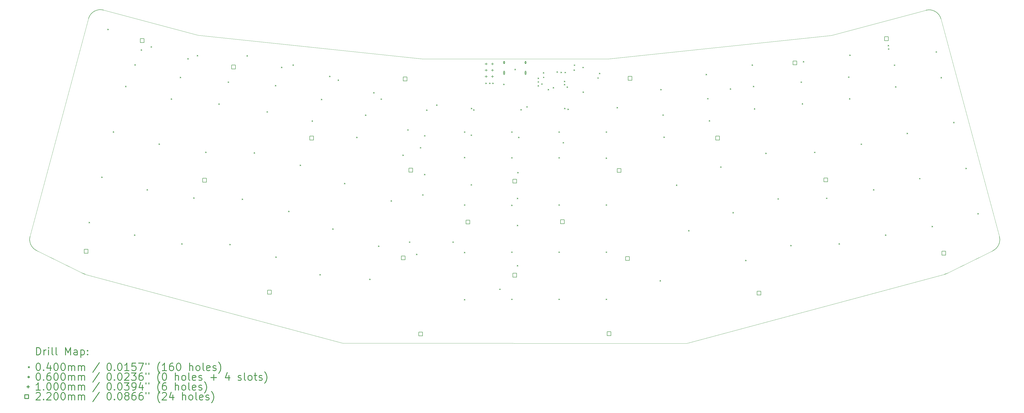
<source format=gbr>
%FSLAX45Y45*%
G04 Gerber Fmt 4.5, Leading zero omitted, Abs format (unit mm)*
G04 Created by KiCad (PCBNEW (5.1.10)-1) date 2021-09-21 17:17:31*
%MOMM*%
%LPD*%
G01*
G04 APERTURE LIST*
%TA.AperFunction,Profile*%
%ADD10C,0.050000*%
%TD*%
%TA.AperFunction,Profile*%
%ADD11C,0.200000*%
%TD*%
%ADD12C,0.200000*%
%ADD13C,0.300000*%
G04 APERTURE END LIST*
D10*
X33760064Y-6677270D02*
X37564311Y-5657925D01*
X24765000Y-7620000D02*
X33760064Y-6677270D01*
X17272000Y-7620000D02*
X24765000Y-7620000D01*
X17272000Y-7620000D02*
X8220936Y-6670164D01*
X4416689Y-5650818D02*
X8220936Y-6670164D01*
X1451626Y-14784732D02*
X3804316Y-6004372D01*
X3586559Y-16288734D02*
X1712975Y-15362347D01*
X14056075Y-19104084D02*
X3678763Y-16323492D01*
X27924925Y-19111191D02*
X14056075Y-19104084D01*
X38302237Y-16330599D02*
X27924925Y-19111191D01*
X40268025Y-15369454D02*
X38394441Y-16295840D01*
X40529374Y-14791839D02*
X38176684Y-6011479D01*
D11*
X38176684Y-6011479D02*
G75*
G03*
X37564311Y-5657925I-482963J-129410D01*
G01*
X40268025Y-15369454D02*
G75*
G03*
X40529374Y-14791839I-221613J448205D01*
G01*
X38302237Y-16330599D02*
G75*
G03*
X38394441Y-16295840I-129410J482963D01*
G01*
X3678763Y-16323492D02*
G75*
G02*
X3586559Y-16288734I129410J482963D01*
G01*
X3804316Y-6004372D02*
G75*
G02*
X4416689Y-5650818I482963J-129410D01*
G01*
X1712975Y-15362347D02*
G75*
G02*
X1451626Y-14784732I221613J448205D01*
G01*
D12*
X3819870Y-14212230D02*
X3859870Y-14252230D01*
X3859870Y-14212230D02*
X3819870Y-14252230D01*
X4327870Y-12383430D02*
X4367870Y-12423430D01*
X4367870Y-12383430D02*
X4327870Y-12423430D01*
X4572497Y-6413997D02*
X4612497Y-6453997D01*
X4612497Y-6413997D02*
X4572497Y-6453997D01*
X4797770Y-10554630D02*
X4837770Y-10594630D01*
X4837770Y-10554630D02*
X4797770Y-10594630D01*
X5290340Y-8715861D02*
X5330340Y-8755861D01*
X5330340Y-8715861D02*
X5290340Y-8755861D01*
X5648670Y-14720230D02*
X5688670Y-14760230D01*
X5688670Y-14720230D02*
X5648670Y-14760230D01*
X5666918Y-7843982D02*
X5706918Y-7883982D01*
X5706918Y-7843982D02*
X5666918Y-7883982D01*
X5923600Y-7244400D02*
X5963600Y-7284400D01*
X5963600Y-7244400D02*
X5923600Y-7284400D01*
X6156670Y-12891430D02*
X6196670Y-12931430D01*
X6196670Y-12891430D02*
X6156670Y-12931430D01*
X6317300Y-7120551D02*
X6357300Y-7160551D01*
X6357300Y-7120551D02*
X6317300Y-7160551D01*
X6643741Y-11045459D02*
X6683741Y-11085459D01*
X6683741Y-11045459D02*
X6643741Y-11085459D01*
X7131839Y-9223861D02*
X7171839Y-9263861D01*
X7171839Y-9223861D02*
X7131839Y-9263861D01*
X7495718Y-8351982D02*
X7535718Y-8391982D01*
X7535718Y-8351982D02*
X7495718Y-8391982D01*
X7553670Y-15075830D02*
X7593670Y-15115830D01*
X7593670Y-15075830D02*
X7553670Y-15115830D01*
X7803200Y-7600000D02*
X7843200Y-7640000D01*
X7843200Y-7600000D02*
X7803200Y-7640000D01*
X8036270Y-13221630D02*
X8076270Y-13261630D01*
X8076270Y-13221630D02*
X8036270Y-13261630D01*
X8184200Y-7474229D02*
X8224200Y-7514229D01*
X8224200Y-7474229D02*
X8184200Y-7514229D01*
X8523341Y-11375659D02*
X8563341Y-11415659D01*
X8563341Y-11375659D02*
X8523341Y-11415659D01*
X9049540Y-9427061D02*
X9089540Y-9467061D01*
X9089540Y-9427061D02*
X9049540Y-9467061D01*
X9426118Y-8542482D02*
X9466118Y-8582482D01*
X9466118Y-8542482D02*
X9426118Y-8582482D01*
X9496770Y-15101230D02*
X9536770Y-15141230D01*
X9536770Y-15101230D02*
X9496770Y-15141230D01*
X9992070Y-13272430D02*
X10032070Y-13312430D01*
X10032070Y-13272430D02*
X9992070Y-13312430D01*
X10184450Y-7479350D02*
X10224450Y-7519350D01*
X10224450Y-7479350D02*
X10184450Y-7519350D01*
X10479141Y-11401059D02*
X10519141Y-11441059D01*
X10519141Y-11401059D02*
X10479141Y-11441059D01*
X10992303Y-9746300D02*
X11032303Y-9786300D01*
X11032303Y-9746300D02*
X10992303Y-9786300D01*
X11331118Y-8682182D02*
X11371118Y-8722182D01*
X11371118Y-8682182D02*
X11331118Y-8722182D01*
X11350970Y-15609230D02*
X11390970Y-15649230D01*
X11390970Y-15609230D02*
X11350970Y-15649230D01*
X11575100Y-7949250D02*
X11615100Y-7989250D01*
X11615100Y-7949250D02*
X11575100Y-7989250D01*
X11863441Y-13763259D02*
X11903441Y-13803259D01*
X11903441Y-13763259D02*
X11863441Y-13803259D01*
X12038650Y-7855641D02*
X12078650Y-7895641D01*
X12078650Y-7855641D02*
X12038650Y-7895641D01*
X12328870Y-11900830D02*
X12368870Y-11940830D01*
X12368870Y-11900830D02*
X12328870Y-11940830D01*
X12808739Y-10112861D02*
X12848739Y-10152861D01*
X12848739Y-10112861D02*
X12808739Y-10152861D01*
X13128970Y-16320430D02*
X13168970Y-16360430D01*
X13168970Y-16320430D02*
X13128970Y-16360430D01*
X13185318Y-9240982D02*
X13225318Y-9280982D01*
X13225318Y-9240982D02*
X13185318Y-9280982D01*
X13518200Y-8311200D02*
X13558200Y-8351200D01*
X13558200Y-8311200D02*
X13518200Y-8351200D01*
X13641441Y-14474459D02*
X13681441Y-14514459D01*
X13681441Y-14474459D02*
X13641441Y-14514459D01*
X13858487Y-8463600D02*
X13898487Y-8503600D01*
X13898487Y-8463600D02*
X13858487Y-8503600D01*
X14119570Y-12637430D02*
X14159570Y-12677430D01*
X14159570Y-12637430D02*
X14119570Y-12677430D01*
X14610400Y-10775000D02*
X14650400Y-10815000D01*
X14650400Y-10775000D02*
X14610400Y-10815000D01*
X14963318Y-9875982D02*
X15003318Y-9915982D01*
X15003318Y-9875982D02*
X14963318Y-9915982D01*
X15132965Y-16504565D02*
X15172965Y-16544565D01*
X15172965Y-16504565D02*
X15132965Y-16544565D01*
X15296200Y-8971600D02*
X15336200Y-9011600D01*
X15336200Y-8971600D02*
X15296200Y-9011600D01*
X15488565Y-15167335D02*
X15528565Y-15207335D01*
X15528565Y-15167335D02*
X15488565Y-15207335D01*
X15591850Y-9229150D02*
X15631850Y-9269150D01*
X15631850Y-9229150D02*
X15591850Y-9269150D01*
X15996565Y-13338535D02*
X16036565Y-13378535D01*
X16036565Y-13338535D02*
X15996565Y-13378535D01*
X16467742Y-11495758D02*
X16507742Y-11535758D01*
X16507742Y-11495758D02*
X16467742Y-11535758D01*
X16665118Y-10472882D02*
X16705118Y-10512882D01*
X16705118Y-10472882D02*
X16665118Y-10512882D01*
X16731600Y-15003800D02*
X16771600Y-15043800D01*
X16771600Y-15003800D02*
X16731600Y-15043800D01*
X17023400Y-15499400D02*
X17063400Y-15539400D01*
X17063400Y-15499400D02*
X17023400Y-15539400D01*
X17175800Y-11193800D02*
X17215800Y-11233800D01*
X17215800Y-11193800D02*
X17175800Y-11233800D01*
X17265000Y-13098800D02*
X17305000Y-13138800D01*
X17305000Y-13098800D02*
X17265000Y-13138800D01*
X17340900Y-10711500D02*
X17380900Y-10751500D01*
X17380900Y-10711500D02*
X17340900Y-10751500D01*
X17340900Y-12273600D02*
X17380900Y-12313600D01*
X17380900Y-12273600D02*
X17340900Y-12313600D01*
X17428003Y-9671897D02*
X17468003Y-9711897D01*
X17468003Y-9671897D02*
X17428003Y-9711897D01*
X17829850Y-9473250D02*
X17869850Y-9513250D01*
X17869850Y-9473250D02*
X17829850Y-9513250D01*
X18483900Y-15004100D02*
X18523900Y-15044100D01*
X18523900Y-15004100D02*
X18483900Y-15044100D01*
X18953800Y-10559100D02*
X18993800Y-10599100D01*
X18993800Y-10559100D02*
X18953800Y-10599100D01*
X18953800Y-11587800D02*
X18993800Y-11627800D01*
X18993800Y-11587800D02*
X18953800Y-11627800D01*
X18953800Y-13505500D02*
X18993800Y-13545500D01*
X18993800Y-13505500D02*
X18953800Y-13545500D01*
X18953800Y-15423200D02*
X18993800Y-15463200D01*
X18993800Y-15423200D02*
X18953800Y-15463200D01*
X18953800Y-17328200D02*
X18993800Y-17368200D01*
X18993800Y-17328200D02*
X18953800Y-17368200D01*
X19220500Y-10686100D02*
X19260500Y-10726100D01*
X19260500Y-10686100D02*
X19220500Y-10726100D01*
X19220500Y-12692700D02*
X19260500Y-12732700D01*
X19260500Y-12692700D02*
X19220500Y-12732700D01*
X19233200Y-9606600D02*
X19273200Y-9646600D01*
X19273200Y-9606600D02*
X19233200Y-9646600D01*
X19326394Y-9665806D02*
X19366394Y-9705806D01*
X19366394Y-9665806D02*
X19326394Y-9705806D01*
X19817400Y-8590600D02*
X19857400Y-8630600D01*
X19857400Y-8590600D02*
X19817400Y-8630600D01*
X19969800Y-8590600D02*
X20009800Y-8630600D01*
X20009800Y-8590600D02*
X19969800Y-8630600D01*
X20096800Y-8590600D02*
X20136800Y-8630600D01*
X20136800Y-8590600D02*
X20096800Y-8630600D01*
X20376200Y-16909100D02*
X20416200Y-16949100D01*
X20416200Y-16909100D02*
X20376200Y-16949100D01*
X20535000Y-8630000D02*
X20575000Y-8670000D01*
X20575000Y-8630000D02*
X20535000Y-8670000D01*
X20858800Y-10559100D02*
X20898800Y-10599100D01*
X20898800Y-10559100D02*
X20858800Y-10599100D01*
X20858800Y-11600500D02*
X20898800Y-11640500D01*
X20898800Y-11600500D02*
X20858800Y-11640500D01*
X20858800Y-13518200D02*
X20898800Y-13558200D01*
X20898800Y-13518200D02*
X20858800Y-13558200D01*
X20858800Y-15410500D02*
X20898800Y-15450500D01*
X20898800Y-15410500D02*
X20858800Y-15450500D01*
X20858800Y-17315500D02*
X20898800Y-17355500D01*
X20898800Y-17315500D02*
X20858800Y-17355500D01*
X20988101Y-8029499D02*
X21028101Y-8069499D01*
X21028101Y-8029499D02*
X20988101Y-8069499D01*
X21087400Y-13238800D02*
X21127400Y-13278800D01*
X21127400Y-13238800D02*
X21087400Y-13278800D01*
X21087400Y-14331000D02*
X21127400Y-14371000D01*
X21127400Y-14331000D02*
X21087400Y-14371000D01*
X21087400Y-15956600D02*
X21127400Y-15996600D01*
X21127400Y-15956600D02*
X21087400Y-15996600D01*
X21100100Y-12197400D02*
X21140100Y-12237400D01*
X21140100Y-12197400D02*
X21100100Y-12237400D01*
X21138200Y-10775000D02*
X21178200Y-10815000D01*
X21178200Y-10775000D02*
X21138200Y-10815000D01*
X21226810Y-9657690D02*
X21266810Y-9697690D01*
X21266810Y-9657690D02*
X21226810Y-9697690D01*
X21468400Y-9543100D02*
X21508400Y-9583100D01*
X21508400Y-9543100D02*
X21468400Y-9583100D01*
X21925600Y-8387400D02*
X21965600Y-8427400D01*
X21965600Y-8387400D02*
X21925600Y-8427400D01*
X21925600Y-8535000D02*
X21965600Y-8575000D01*
X21965600Y-8535000D02*
X21925600Y-8575000D01*
X21925600Y-8692200D02*
X21965600Y-8732200D01*
X21965600Y-8692200D02*
X21925600Y-8732200D01*
X22065000Y-8620000D02*
X22105000Y-8660000D01*
X22105000Y-8620000D02*
X22065000Y-8660000D01*
X22137100Y-8166500D02*
X22177100Y-8206500D01*
X22177100Y-8166500D02*
X22137100Y-8206500D01*
X22139900Y-8347600D02*
X22179900Y-8387600D01*
X22179900Y-8347600D02*
X22139900Y-8387600D01*
X22332000Y-8844600D02*
X22372000Y-8884600D01*
X22372000Y-8844600D02*
X22332000Y-8884600D01*
X22535200Y-8768400D02*
X22575200Y-8808400D01*
X22575200Y-8768400D02*
X22535200Y-8808400D01*
X22687600Y-8133400D02*
X22727600Y-8173400D01*
X22727600Y-8133400D02*
X22687600Y-8173400D01*
X22763800Y-10559100D02*
X22803800Y-10599100D01*
X22803800Y-10559100D02*
X22763800Y-10599100D01*
X22763800Y-11600500D02*
X22803800Y-11640500D01*
X22803800Y-11600500D02*
X22763800Y-11640500D01*
X22763800Y-13505500D02*
X22803800Y-13545500D01*
X22803800Y-13505500D02*
X22763800Y-13545500D01*
X22763800Y-15410500D02*
X22803800Y-15450500D01*
X22803800Y-15410500D02*
X22763800Y-15450500D01*
X22763800Y-17315500D02*
X22803800Y-17355500D01*
X22803800Y-17315500D02*
X22763800Y-17355500D01*
X22847400Y-8151400D02*
X22887400Y-8191400D01*
X22887400Y-8151400D02*
X22847400Y-8191400D01*
X22928600Y-10991200D02*
X22968600Y-11031200D01*
X22968600Y-10991200D02*
X22928600Y-11031200D01*
X22979700Y-8514400D02*
X23019700Y-8554400D01*
X23019700Y-8514400D02*
X22979700Y-8554400D01*
X22979700Y-8641400D02*
X23019700Y-8681400D01*
X23019700Y-8641400D02*
X22979700Y-8681400D01*
X22992400Y-9606600D02*
X23032400Y-9646600D01*
X23032400Y-9606600D02*
X22992400Y-9646600D01*
X23005000Y-8155000D02*
X23045000Y-8195000D01*
X23045000Y-8155000D02*
X23005000Y-8195000D01*
X23094000Y-8743000D02*
X23134000Y-8783000D01*
X23134000Y-8743000D02*
X23094000Y-8783000D01*
X23125695Y-9638405D02*
X23165695Y-9678405D01*
X23165695Y-9638405D02*
X23125695Y-9678405D01*
X23373400Y-8057200D02*
X23413400Y-8097200D01*
X23413400Y-8057200D02*
X23373400Y-8097200D01*
X23377600Y-7858200D02*
X23417600Y-7898200D01*
X23417600Y-7858200D02*
X23377600Y-7898200D01*
X23728000Y-7951000D02*
X23768000Y-7991000D01*
X23768000Y-7951000D02*
X23728000Y-7991000D01*
X23737000Y-8947000D02*
X23777000Y-8987000D01*
X23777000Y-8947000D02*
X23737000Y-8987000D01*
X24332000Y-8374000D02*
X24372000Y-8414000D01*
X24372000Y-8374000D02*
X24332000Y-8414000D01*
X24395000Y-8195000D02*
X24435000Y-8235000D01*
X24435000Y-8195000D02*
X24395000Y-8235000D01*
X24668800Y-10559100D02*
X24708800Y-10599100D01*
X24708800Y-10559100D02*
X24668800Y-10599100D01*
X24668800Y-11613200D02*
X24708800Y-11653200D01*
X24708800Y-11613200D02*
X24668800Y-11653200D01*
X24668800Y-13505500D02*
X24708800Y-13545500D01*
X24708800Y-13505500D02*
X24668800Y-13545500D01*
X24668800Y-15410500D02*
X24708800Y-15450500D01*
X24708800Y-15410500D02*
X24668800Y-15450500D01*
X24668800Y-17315500D02*
X24708800Y-17355500D01*
X24708800Y-17315500D02*
X24668800Y-17355500D01*
X25106950Y-9574850D02*
X25146950Y-9614850D01*
X25146950Y-9574850D02*
X25106950Y-9614850D01*
X26838635Y-16564335D02*
X26878635Y-16604335D01*
X26878635Y-16564335D02*
X26838635Y-16604335D01*
X26865900Y-8844600D02*
X26905900Y-8884600D01*
X26905900Y-8844600D02*
X26865900Y-8884600D01*
X26954800Y-9873300D02*
X26994800Y-9913300D01*
X26994800Y-9873300D02*
X26954800Y-9913300D01*
X26994654Y-10764055D02*
X27034654Y-10804055D01*
X27034654Y-10764055D02*
X26994654Y-10804055D01*
X27497913Y-12702413D02*
X27537913Y-12742413D01*
X27537913Y-12702413D02*
X27497913Y-12742413D01*
X27989418Y-14540118D02*
X28029418Y-14580118D01*
X28029418Y-14540118D02*
X27989418Y-14580118D01*
X28694700Y-8235000D02*
X28734700Y-8275000D01*
X28734700Y-8235000D02*
X28694700Y-8275000D01*
X28758200Y-9212900D02*
X28798200Y-9252900D01*
X28798200Y-9212900D02*
X28758200Y-9252900D01*
X28820773Y-10103655D02*
X28860773Y-10143655D01*
X28860773Y-10103655D02*
X28820773Y-10143655D01*
X29282247Y-11972147D02*
X29322247Y-12012147D01*
X29322247Y-11972147D02*
X29282247Y-12012147D01*
X29672600Y-8819200D02*
X29712600Y-8859200D01*
X29712600Y-8819200D02*
X29672600Y-8859200D01*
X29776218Y-13812318D02*
X29816218Y-13852318D01*
X29816218Y-13812318D02*
X29776218Y-13852318D01*
X30285382Y-15743882D02*
X30325382Y-15783882D01*
X30325382Y-15743882D02*
X30285382Y-15783882D01*
X30548900Y-7854000D02*
X30588900Y-7894000D01*
X30588900Y-7854000D02*
X30548900Y-7894000D01*
X30599700Y-8717600D02*
X30639700Y-8757600D01*
X30639700Y-8717600D02*
X30599700Y-8757600D01*
X30639554Y-9621055D02*
X30679554Y-9661055D01*
X30679554Y-9621055D02*
X30639554Y-9661055D01*
X31099470Y-11418230D02*
X31139470Y-11458230D01*
X31139470Y-11418230D02*
X31099470Y-11458230D01*
X31594770Y-13259730D02*
X31634770Y-13299730D01*
X31634770Y-13259730D02*
X31594770Y-13299730D01*
X32108721Y-15141521D02*
X32148721Y-15181521D01*
X32148721Y-15141521D02*
X32108721Y-15181521D01*
X32520542Y-8542942D02*
X32560542Y-8582942D01*
X32560542Y-8542942D02*
X32520542Y-8582942D01*
X32569954Y-9417855D02*
X32609954Y-9457855D01*
X32609954Y-9417855D02*
X32569954Y-9457855D01*
X32615356Y-7717944D02*
X32655356Y-7757944D01*
X32655356Y-7717944D02*
X32615356Y-7757944D01*
X33067970Y-11380130D02*
X33107970Y-11420130D01*
X33107970Y-11380130D02*
X33067970Y-11420130D01*
X33550570Y-13234330D02*
X33590570Y-13274330D01*
X33590570Y-13234330D02*
X33550570Y-13274330D01*
X34058570Y-15075830D02*
X34098570Y-15115830D01*
X34098570Y-15075830D02*
X34058570Y-15115830D01*
X34438242Y-8339742D02*
X34478242Y-8379742D01*
X34478242Y-8339742D02*
X34438242Y-8379742D01*
X34474955Y-9214655D02*
X34514955Y-9254655D01*
X34514955Y-9214655D02*
X34474955Y-9254655D01*
X34488853Y-7457347D02*
X34528853Y-7497347D01*
X34528853Y-7457347D02*
X34488853Y-7497347D01*
X34947570Y-11049930D02*
X34987570Y-11089930D01*
X34987570Y-11049930D02*
X34947570Y-11089930D01*
X35442870Y-12891430D02*
X35482870Y-12931430D01*
X35482870Y-12891430D02*
X35442870Y-12931430D01*
X35925470Y-14720230D02*
X35965470Y-14760230D01*
X35965470Y-14720230D02*
X35925470Y-14760230D01*
X36035300Y-7066600D02*
X36075300Y-7106600D01*
X36075300Y-7066600D02*
X36035300Y-7106600D01*
X36048000Y-7206300D02*
X36088000Y-7246300D01*
X36088000Y-7206300D02*
X36048000Y-7246300D01*
X36279742Y-7857142D02*
X36319742Y-7897142D01*
X36319742Y-7857142D02*
X36279742Y-7897142D01*
X36331214Y-8732055D02*
X36371214Y-8772055D01*
X36371214Y-8732055D02*
X36331214Y-8772055D01*
X36799350Y-10611950D02*
X36839350Y-10651950D01*
X36839350Y-10611950D02*
X36799350Y-10651950D01*
X37303665Y-12437065D02*
X37343665Y-12477065D01*
X37343665Y-12437065D02*
X37303665Y-12477065D01*
X37803782Y-14372282D02*
X37843782Y-14412282D01*
X37843782Y-14372282D02*
X37803782Y-14412282D01*
X37968842Y-7323742D02*
X38008842Y-7363742D01*
X38008842Y-7323742D02*
X37968842Y-7363742D01*
X38166218Y-8359318D02*
X38206218Y-8399318D01*
X38206218Y-8359318D02*
X38166218Y-8399318D01*
X38675035Y-10176235D02*
X38715035Y-10216235D01*
X38715035Y-10176235D02*
X38675035Y-10216235D01*
X39170335Y-12030435D02*
X39210335Y-12070435D01*
X39210335Y-12030435D02*
X39170335Y-12070435D01*
X39652935Y-13859235D02*
X39692935Y-13899235D01*
X39692935Y-13859235D02*
X39652935Y-13899235D01*
X20592200Y-7769000D02*
G75*
G03*
X20592200Y-7769000I-30000J0D01*
G01*
X20582200Y-7799000D02*
X20582200Y-7739000D01*
X20542200Y-7799000D02*
X20542200Y-7739000D01*
X20582200Y-7739000D02*
G75*
G03*
X20542200Y-7739000I-20000J0D01*
G01*
X20542200Y-7799000D02*
G75*
G03*
X20582200Y-7799000I20000J0D01*
G01*
X20592200Y-8187000D02*
G75*
G03*
X20592200Y-8187000I-30000J0D01*
G01*
X20582200Y-8242000D02*
X20582200Y-8132000D01*
X20542200Y-8242000D02*
X20542200Y-8132000D01*
X20582200Y-8132000D02*
G75*
G03*
X20542200Y-8132000I-20000J0D01*
G01*
X20542200Y-8242000D02*
G75*
G03*
X20582200Y-8242000I20000J0D01*
G01*
X21456200Y-7769000D02*
G75*
G03*
X21456200Y-7769000I-30000J0D01*
G01*
X21446200Y-7799000D02*
X21446200Y-7739000D01*
X21406200Y-7799000D02*
X21406200Y-7739000D01*
X21446200Y-7739000D02*
G75*
G03*
X21406200Y-7739000I-20000J0D01*
G01*
X21406200Y-7799000D02*
G75*
G03*
X21446200Y-7799000I20000J0D01*
G01*
X21456200Y-8187000D02*
G75*
G03*
X21456200Y-8187000I-30000J0D01*
G01*
X21446200Y-8242000D02*
X21446200Y-8132000D01*
X21406200Y-8242000D02*
X21406200Y-8132000D01*
X21446200Y-8132000D02*
G75*
G03*
X21406200Y-8132000I-20000J0D01*
G01*
X21406200Y-8242000D02*
G75*
G03*
X21446200Y-8242000I20000J0D01*
G01*
X19837400Y-7773200D02*
X19837400Y-7873200D01*
X19787400Y-7823200D02*
X19887400Y-7823200D01*
X19837400Y-8027200D02*
X19837400Y-8127200D01*
X19787400Y-8077200D02*
X19887400Y-8077200D01*
X19837400Y-8281200D02*
X19837400Y-8381200D01*
X19787400Y-8331200D02*
X19887400Y-8331200D01*
X20091400Y-7773200D02*
X20091400Y-7873200D01*
X20041400Y-7823200D02*
X20141400Y-7823200D01*
X20091400Y-8027200D02*
X20091400Y-8127200D01*
X20041400Y-8077200D02*
X20141400Y-8077200D01*
X20091400Y-8281200D02*
X20091400Y-8381200D01*
X20041400Y-8331200D02*
X20141400Y-8331200D01*
X3786182Y-15470182D02*
X3786182Y-15314617D01*
X3630617Y-15314617D01*
X3630617Y-15470182D01*
X3786182Y-15470182D01*
X6046782Y-6961182D02*
X6046782Y-6805617D01*
X5891217Y-6805617D01*
X5891217Y-6961182D01*
X6046782Y-6961182D01*
X8561383Y-12599982D02*
X8561383Y-12444417D01*
X8405818Y-12444417D01*
X8405818Y-12599982D01*
X8561383Y-12599982D01*
X9729783Y-8027982D02*
X9729783Y-7872417D01*
X9574218Y-7872417D01*
X9574218Y-8027982D01*
X9729783Y-8027982D01*
X11177583Y-17121183D02*
X11177583Y-16965618D01*
X11022018Y-16965618D01*
X11022018Y-17121183D01*
X11177583Y-17121183D01*
X12879382Y-10898183D02*
X12879382Y-10742618D01*
X12723817Y-10742618D01*
X12723817Y-10898183D01*
X12879382Y-10898183D01*
X16575082Y-15736882D02*
X16575082Y-15581317D01*
X16419517Y-15581317D01*
X16419517Y-15736882D01*
X16575082Y-15736882D01*
X16651282Y-8510583D02*
X16651282Y-8355017D01*
X16495717Y-8355017D01*
X16495717Y-8510583D01*
X16651282Y-8510583D01*
X16879883Y-12193582D02*
X16879883Y-12038017D01*
X16724317Y-12038017D01*
X16724317Y-12193582D01*
X16879883Y-12193582D01*
X17273583Y-18810283D02*
X17273583Y-18654718D01*
X17118018Y-18654718D01*
X17118018Y-18810283D01*
X17273583Y-18810283D01*
X19178583Y-14289082D02*
X19178583Y-14133517D01*
X19023018Y-14133517D01*
X19023018Y-14289082D01*
X19178583Y-14289082D01*
X21070883Y-12638082D02*
X21070883Y-12482517D01*
X20915318Y-12482517D01*
X20915318Y-12638082D01*
X21070883Y-12638082D01*
X21070883Y-16435382D02*
X21070883Y-16279817D01*
X20915318Y-16279817D01*
X20915318Y-16435382D01*
X21070883Y-16435382D01*
X22988582Y-14276382D02*
X22988582Y-14120817D01*
X22833017Y-14120817D01*
X22833017Y-14276382D01*
X22988582Y-14276382D01*
X24868182Y-18797583D02*
X24868182Y-18642018D01*
X24712617Y-18642018D01*
X24712617Y-18797583D01*
X24868182Y-18797583D01*
X25274582Y-12206282D02*
X25274582Y-12050717D01*
X25119017Y-12050717D01*
X25119017Y-12206282D01*
X25274582Y-12206282D01*
X25617482Y-15762282D02*
X25617482Y-15606717D01*
X25461917Y-15606717D01*
X25461917Y-15762282D01*
X25617482Y-15762282D01*
X25719082Y-8485183D02*
X25719082Y-8329617D01*
X25563517Y-8329617D01*
X25563517Y-8485183D01*
X25719082Y-8485183D01*
X29249682Y-10898183D02*
X29249682Y-10742618D01*
X29094117Y-10742618D01*
X29094117Y-10898183D01*
X29249682Y-10898183D01*
X30913382Y-17159283D02*
X30913382Y-17003718D01*
X30757817Y-17003718D01*
X30757817Y-17159283D01*
X30913382Y-17159283D01*
X32361182Y-7862882D02*
X32361182Y-7707317D01*
X32205617Y-7707317D01*
X32205617Y-7862882D01*
X32361182Y-7862882D01*
X33605783Y-12587282D02*
X33605783Y-12431717D01*
X33450217Y-12431717D01*
X33450217Y-12587282D01*
X33605783Y-12587282D01*
X36056883Y-6884982D02*
X36056883Y-6729417D01*
X35901318Y-6729417D01*
X35901318Y-6884982D01*
X36056883Y-6884982D01*
X38368283Y-15546382D02*
X38368283Y-15390817D01*
X38212718Y-15390817D01*
X38212718Y-15546382D01*
X38368283Y-15546382D01*
D13*
X1711017Y-19579405D02*
X1711017Y-19279405D01*
X1782446Y-19279405D01*
X1825303Y-19293691D01*
X1853874Y-19322262D01*
X1868160Y-19350834D01*
X1882446Y-19407977D01*
X1882446Y-19450834D01*
X1868160Y-19507977D01*
X1853874Y-19536548D01*
X1825303Y-19565120D01*
X1782446Y-19579405D01*
X1711017Y-19579405D01*
X2011017Y-19579405D02*
X2011017Y-19379405D01*
X2011017Y-19436548D02*
X2025303Y-19407977D01*
X2039588Y-19393691D01*
X2068160Y-19379405D01*
X2096731Y-19379405D01*
X2196731Y-19579405D02*
X2196731Y-19379405D01*
X2196731Y-19279405D02*
X2182446Y-19293691D01*
X2196731Y-19307977D01*
X2211017Y-19293691D01*
X2196731Y-19279405D01*
X2196731Y-19307977D01*
X2382446Y-19579405D02*
X2353874Y-19565120D01*
X2339589Y-19536548D01*
X2339589Y-19279405D01*
X2539589Y-19579405D02*
X2511017Y-19565120D01*
X2496731Y-19536548D01*
X2496731Y-19279405D01*
X2882446Y-19579405D02*
X2882446Y-19279405D01*
X2982446Y-19493691D01*
X3082446Y-19279405D01*
X3082446Y-19579405D01*
X3353874Y-19579405D02*
X3353874Y-19422262D01*
X3339588Y-19393691D01*
X3311017Y-19379405D01*
X3253874Y-19379405D01*
X3225303Y-19393691D01*
X3353874Y-19565120D02*
X3325303Y-19579405D01*
X3253874Y-19579405D01*
X3225303Y-19565120D01*
X3211017Y-19536548D01*
X3211017Y-19507977D01*
X3225303Y-19479405D01*
X3253874Y-19465120D01*
X3325303Y-19465120D01*
X3353874Y-19450834D01*
X3496731Y-19379405D02*
X3496731Y-19679405D01*
X3496731Y-19393691D02*
X3525303Y-19379405D01*
X3582446Y-19379405D01*
X3611017Y-19393691D01*
X3625303Y-19407977D01*
X3639588Y-19436548D01*
X3639588Y-19522262D01*
X3625303Y-19550834D01*
X3611017Y-19565120D01*
X3582446Y-19579405D01*
X3525303Y-19579405D01*
X3496731Y-19565120D01*
X3768160Y-19550834D02*
X3782446Y-19565120D01*
X3768160Y-19579405D01*
X3753874Y-19565120D01*
X3768160Y-19550834D01*
X3768160Y-19579405D01*
X3768160Y-19393691D02*
X3782446Y-19407977D01*
X3768160Y-19422262D01*
X3753874Y-19407977D01*
X3768160Y-19393691D01*
X3768160Y-19422262D01*
X1384589Y-20053691D02*
X1424588Y-20093691D01*
X1424588Y-20053691D02*
X1384589Y-20093691D01*
X1768160Y-19909405D02*
X1796731Y-19909405D01*
X1825303Y-19923691D01*
X1839588Y-19937977D01*
X1853874Y-19966548D01*
X1868160Y-20023691D01*
X1868160Y-20095120D01*
X1853874Y-20152262D01*
X1839588Y-20180834D01*
X1825303Y-20195120D01*
X1796731Y-20209405D01*
X1768160Y-20209405D01*
X1739588Y-20195120D01*
X1725303Y-20180834D01*
X1711017Y-20152262D01*
X1696731Y-20095120D01*
X1696731Y-20023691D01*
X1711017Y-19966548D01*
X1725303Y-19937977D01*
X1739588Y-19923691D01*
X1768160Y-19909405D01*
X1996731Y-20180834D02*
X2011017Y-20195120D01*
X1996731Y-20209405D01*
X1982446Y-20195120D01*
X1996731Y-20180834D01*
X1996731Y-20209405D01*
X2268160Y-20009405D02*
X2268160Y-20209405D01*
X2196731Y-19895120D02*
X2125303Y-20109405D01*
X2311017Y-20109405D01*
X2482446Y-19909405D02*
X2511017Y-19909405D01*
X2539589Y-19923691D01*
X2553874Y-19937977D01*
X2568160Y-19966548D01*
X2582446Y-20023691D01*
X2582446Y-20095120D01*
X2568160Y-20152262D01*
X2553874Y-20180834D01*
X2539589Y-20195120D01*
X2511017Y-20209405D01*
X2482446Y-20209405D01*
X2453874Y-20195120D01*
X2439589Y-20180834D01*
X2425303Y-20152262D01*
X2411017Y-20095120D01*
X2411017Y-20023691D01*
X2425303Y-19966548D01*
X2439589Y-19937977D01*
X2453874Y-19923691D01*
X2482446Y-19909405D01*
X2768160Y-19909405D02*
X2796731Y-19909405D01*
X2825303Y-19923691D01*
X2839588Y-19937977D01*
X2853874Y-19966548D01*
X2868160Y-20023691D01*
X2868160Y-20095120D01*
X2853874Y-20152262D01*
X2839588Y-20180834D01*
X2825303Y-20195120D01*
X2796731Y-20209405D01*
X2768160Y-20209405D01*
X2739589Y-20195120D01*
X2725303Y-20180834D01*
X2711017Y-20152262D01*
X2696731Y-20095120D01*
X2696731Y-20023691D01*
X2711017Y-19966548D01*
X2725303Y-19937977D01*
X2739589Y-19923691D01*
X2768160Y-19909405D01*
X2996731Y-20209405D02*
X2996731Y-20009405D01*
X2996731Y-20037977D02*
X3011017Y-20023691D01*
X3039588Y-20009405D01*
X3082446Y-20009405D01*
X3111017Y-20023691D01*
X3125303Y-20052262D01*
X3125303Y-20209405D01*
X3125303Y-20052262D02*
X3139588Y-20023691D01*
X3168160Y-20009405D01*
X3211017Y-20009405D01*
X3239588Y-20023691D01*
X3253874Y-20052262D01*
X3253874Y-20209405D01*
X3396731Y-20209405D02*
X3396731Y-20009405D01*
X3396731Y-20037977D02*
X3411017Y-20023691D01*
X3439588Y-20009405D01*
X3482446Y-20009405D01*
X3511017Y-20023691D01*
X3525303Y-20052262D01*
X3525303Y-20209405D01*
X3525303Y-20052262D02*
X3539588Y-20023691D01*
X3568160Y-20009405D01*
X3611017Y-20009405D01*
X3639588Y-20023691D01*
X3653874Y-20052262D01*
X3653874Y-20209405D01*
X4239589Y-19895120D02*
X3982446Y-20280834D01*
X4625303Y-19909405D02*
X4653874Y-19909405D01*
X4682446Y-19923691D01*
X4696731Y-19937977D01*
X4711017Y-19966548D01*
X4725303Y-20023691D01*
X4725303Y-20095120D01*
X4711017Y-20152262D01*
X4696731Y-20180834D01*
X4682446Y-20195120D01*
X4653874Y-20209405D01*
X4625303Y-20209405D01*
X4596731Y-20195120D01*
X4582446Y-20180834D01*
X4568160Y-20152262D01*
X4553874Y-20095120D01*
X4553874Y-20023691D01*
X4568160Y-19966548D01*
X4582446Y-19937977D01*
X4596731Y-19923691D01*
X4625303Y-19909405D01*
X4853874Y-20180834D02*
X4868160Y-20195120D01*
X4853874Y-20209405D01*
X4839589Y-20195120D01*
X4853874Y-20180834D01*
X4853874Y-20209405D01*
X5053874Y-19909405D02*
X5082446Y-19909405D01*
X5111017Y-19923691D01*
X5125303Y-19937977D01*
X5139589Y-19966548D01*
X5153874Y-20023691D01*
X5153874Y-20095120D01*
X5139589Y-20152262D01*
X5125303Y-20180834D01*
X5111017Y-20195120D01*
X5082446Y-20209405D01*
X5053874Y-20209405D01*
X5025303Y-20195120D01*
X5011017Y-20180834D01*
X4996731Y-20152262D01*
X4982446Y-20095120D01*
X4982446Y-20023691D01*
X4996731Y-19966548D01*
X5011017Y-19937977D01*
X5025303Y-19923691D01*
X5053874Y-19909405D01*
X5439588Y-20209405D02*
X5268160Y-20209405D01*
X5353874Y-20209405D02*
X5353874Y-19909405D01*
X5325303Y-19952262D01*
X5296731Y-19980834D01*
X5268160Y-19995120D01*
X5711017Y-19909405D02*
X5568160Y-19909405D01*
X5553874Y-20052262D01*
X5568160Y-20037977D01*
X5596731Y-20023691D01*
X5668160Y-20023691D01*
X5696731Y-20037977D01*
X5711017Y-20052262D01*
X5725303Y-20080834D01*
X5725303Y-20152262D01*
X5711017Y-20180834D01*
X5696731Y-20195120D01*
X5668160Y-20209405D01*
X5596731Y-20209405D01*
X5568160Y-20195120D01*
X5553874Y-20180834D01*
X5825303Y-19909405D02*
X6025303Y-19909405D01*
X5896731Y-20209405D01*
X6125303Y-19909405D02*
X6125303Y-19966548D01*
X6239588Y-19909405D02*
X6239588Y-19966548D01*
X6682446Y-20323691D02*
X6668160Y-20309405D01*
X6639588Y-20266548D01*
X6625303Y-20237977D01*
X6611017Y-20195120D01*
X6596731Y-20123691D01*
X6596731Y-20066548D01*
X6611017Y-19995120D01*
X6625303Y-19952262D01*
X6639588Y-19923691D01*
X6668160Y-19880834D01*
X6682446Y-19866548D01*
X6953874Y-20209405D02*
X6782446Y-20209405D01*
X6868160Y-20209405D02*
X6868160Y-19909405D01*
X6839588Y-19952262D01*
X6811017Y-19980834D01*
X6782446Y-19995120D01*
X7211017Y-19909405D02*
X7153874Y-19909405D01*
X7125303Y-19923691D01*
X7111017Y-19937977D01*
X7082446Y-19980834D01*
X7068160Y-20037977D01*
X7068160Y-20152262D01*
X7082446Y-20180834D01*
X7096731Y-20195120D01*
X7125303Y-20209405D01*
X7182446Y-20209405D01*
X7211017Y-20195120D01*
X7225303Y-20180834D01*
X7239588Y-20152262D01*
X7239588Y-20080834D01*
X7225303Y-20052262D01*
X7211017Y-20037977D01*
X7182446Y-20023691D01*
X7125303Y-20023691D01*
X7096731Y-20037977D01*
X7082446Y-20052262D01*
X7068160Y-20080834D01*
X7425303Y-19909405D02*
X7453874Y-19909405D01*
X7482446Y-19923691D01*
X7496731Y-19937977D01*
X7511017Y-19966548D01*
X7525303Y-20023691D01*
X7525303Y-20095120D01*
X7511017Y-20152262D01*
X7496731Y-20180834D01*
X7482446Y-20195120D01*
X7453874Y-20209405D01*
X7425303Y-20209405D01*
X7396731Y-20195120D01*
X7382446Y-20180834D01*
X7368160Y-20152262D01*
X7353874Y-20095120D01*
X7353874Y-20023691D01*
X7368160Y-19966548D01*
X7382446Y-19937977D01*
X7396731Y-19923691D01*
X7425303Y-19909405D01*
X7882446Y-20209405D02*
X7882446Y-19909405D01*
X8011017Y-20209405D02*
X8011017Y-20052262D01*
X7996731Y-20023691D01*
X7968160Y-20009405D01*
X7925303Y-20009405D01*
X7896731Y-20023691D01*
X7882446Y-20037977D01*
X8196731Y-20209405D02*
X8168160Y-20195120D01*
X8153874Y-20180834D01*
X8139588Y-20152262D01*
X8139588Y-20066548D01*
X8153874Y-20037977D01*
X8168160Y-20023691D01*
X8196731Y-20009405D01*
X8239588Y-20009405D01*
X8268160Y-20023691D01*
X8282446Y-20037977D01*
X8296731Y-20066548D01*
X8296731Y-20152262D01*
X8282446Y-20180834D01*
X8268160Y-20195120D01*
X8239588Y-20209405D01*
X8196731Y-20209405D01*
X8468160Y-20209405D02*
X8439588Y-20195120D01*
X8425303Y-20166548D01*
X8425303Y-19909405D01*
X8696731Y-20195120D02*
X8668160Y-20209405D01*
X8611017Y-20209405D01*
X8582446Y-20195120D01*
X8568160Y-20166548D01*
X8568160Y-20052262D01*
X8582446Y-20023691D01*
X8611017Y-20009405D01*
X8668160Y-20009405D01*
X8696731Y-20023691D01*
X8711017Y-20052262D01*
X8711017Y-20080834D01*
X8568160Y-20109405D01*
X8825303Y-20195120D02*
X8853874Y-20209405D01*
X8911017Y-20209405D01*
X8939588Y-20195120D01*
X8953874Y-20166548D01*
X8953874Y-20152262D01*
X8939588Y-20123691D01*
X8911017Y-20109405D01*
X8868160Y-20109405D01*
X8839588Y-20095120D01*
X8825303Y-20066548D01*
X8825303Y-20052262D01*
X8839588Y-20023691D01*
X8868160Y-20009405D01*
X8911017Y-20009405D01*
X8939588Y-20023691D01*
X9053874Y-20323691D02*
X9068160Y-20309405D01*
X9096731Y-20266548D01*
X9111017Y-20237977D01*
X9125303Y-20195120D01*
X9139588Y-20123691D01*
X9139588Y-20066548D01*
X9125303Y-19995120D01*
X9111017Y-19952262D01*
X9096731Y-19923691D01*
X9068160Y-19880834D01*
X9053874Y-19866548D01*
X1424588Y-20469691D02*
G75*
G03*
X1424588Y-20469691I-30000J0D01*
G01*
X1768160Y-20305405D02*
X1796731Y-20305405D01*
X1825303Y-20319691D01*
X1839588Y-20333977D01*
X1853874Y-20362548D01*
X1868160Y-20419691D01*
X1868160Y-20491120D01*
X1853874Y-20548262D01*
X1839588Y-20576834D01*
X1825303Y-20591120D01*
X1796731Y-20605405D01*
X1768160Y-20605405D01*
X1739588Y-20591120D01*
X1725303Y-20576834D01*
X1711017Y-20548262D01*
X1696731Y-20491120D01*
X1696731Y-20419691D01*
X1711017Y-20362548D01*
X1725303Y-20333977D01*
X1739588Y-20319691D01*
X1768160Y-20305405D01*
X1996731Y-20576834D02*
X2011017Y-20591120D01*
X1996731Y-20605405D01*
X1982446Y-20591120D01*
X1996731Y-20576834D01*
X1996731Y-20605405D01*
X2268160Y-20305405D02*
X2211017Y-20305405D01*
X2182446Y-20319691D01*
X2168160Y-20333977D01*
X2139589Y-20376834D01*
X2125303Y-20433977D01*
X2125303Y-20548262D01*
X2139589Y-20576834D01*
X2153874Y-20591120D01*
X2182446Y-20605405D01*
X2239589Y-20605405D01*
X2268160Y-20591120D01*
X2282446Y-20576834D01*
X2296731Y-20548262D01*
X2296731Y-20476834D01*
X2282446Y-20448262D01*
X2268160Y-20433977D01*
X2239589Y-20419691D01*
X2182446Y-20419691D01*
X2153874Y-20433977D01*
X2139589Y-20448262D01*
X2125303Y-20476834D01*
X2482446Y-20305405D02*
X2511017Y-20305405D01*
X2539589Y-20319691D01*
X2553874Y-20333977D01*
X2568160Y-20362548D01*
X2582446Y-20419691D01*
X2582446Y-20491120D01*
X2568160Y-20548262D01*
X2553874Y-20576834D01*
X2539589Y-20591120D01*
X2511017Y-20605405D01*
X2482446Y-20605405D01*
X2453874Y-20591120D01*
X2439589Y-20576834D01*
X2425303Y-20548262D01*
X2411017Y-20491120D01*
X2411017Y-20419691D01*
X2425303Y-20362548D01*
X2439589Y-20333977D01*
X2453874Y-20319691D01*
X2482446Y-20305405D01*
X2768160Y-20305405D02*
X2796731Y-20305405D01*
X2825303Y-20319691D01*
X2839588Y-20333977D01*
X2853874Y-20362548D01*
X2868160Y-20419691D01*
X2868160Y-20491120D01*
X2853874Y-20548262D01*
X2839588Y-20576834D01*
X2825303Y-20591120D01*
X2796731Y-20605405D01*
X2768160Y-20605405D01*
X2739589Y-20591120D01*
X2725303Y-20576834D01*
X2711017Y-20548262D01*
X2696731Y-20491120D01*
X2696731Y-20419691D01*
X2711017Y-20362548D01*
X2725303Y-20333977D01*
X2739589Y-20319691D01*
X2768160Y-20305405D01*
X2996731Y-20605405D02*
X2996731Y-20405405D01*
X2996731Y-20433977D02*
X3011017Y-20419691D01*
X3039588Y-20405405D01*
X3082446Y-20405405D01*
X3111017Y-20419691D01*
X3125303Y-20448262D01*
X3125303Y-20605405D01*
X3125303Y-20448262D02*
X3139588Y-20419691D01*
X3168160Y-20405405D01*
X3211017Y-20405405D01*
X3239588Y-20419691D01*
X3253874Y-20448262D01*
X3253874Y-20605405D01*
X3396731Y-20605405D02*
X3396731Y-20405405D01*
X3396731Y-20433977D02*
X3411017Y-20419691D01*
X3439588Y-20405405D01*
X3482446Y-20405405D01*
X3511017Y-20419691D01*
X3525303Y-20448262D01*
X3525303Y-20605405D01*
X3525303Y-20448262D02*
X3539588Y-20419691D01*
X3568160Y-20405405D01*
X3611017Y-20405405D01*
X3639588Y-20419691D01*
X3653874Y-20448262D01*
X3653874Y-20605405D01*
X4239589Y-20291120D02*
X3982446Y-20676834D01*
X4625303Y-20305405D02*
X4653874Y-20305405D01*
X4682446Y-20319691D01*
X4696731Y-20333977D01*
X4711017Y-20362548D01*
X4725303Y-20419691D01*
X4725303Y-20491120D01*
X4711017Y-20548262D01*
X4696731Y-20576834D01*
X4682446Y-20591120D01*
X4653874Y-20605405D01*
X4625303Y-20605405D01*
X4596731Y-20591120D01*
X4582446Y-20576834D01*
X4568160Y-20548262D01*
X4553874Y-20491120D01*
X4553874Y-20419691D01*
X4568160Y-20362548D01*
X4582446Y-20333977D01*
X4596731Y-20319691D01*
X4625303Y-20305405D01*
X4853874Y-20576834D02*
X4868160Y-20591120D01*
X4853874Y-20605405D01*
X4839589Y-20591120D01*
X4853874Y-20576834D01*
X4853874Y-20605405D01*
X5053874Y-20305405D02*
X5082446Y-20305405D01*
X5111017Y-20319691D01*
X5125303Y-20333977D01*
X5139589Y-20362548D01*
X5153874Y-20419691D01*
X5153874Y-20491120D01*
X5139589Y-20548262D01*
X5125303Y-20576834D01*
X5111017Y-20591120D01*
X5082446Y-20605405D01*
X5053874Y-20605405D01*
X5025303Y-20591120D01*
X5011017Y-20576834D01*
X4996731Y-20548262D01*
X4982446Y-20491120D01*
X4982446Y-20419691D01*
X4996731Y-20362548D01*
X5011017Y-20333977D01*
X5025303Y-20319691D01*
X5053874Y-20305405D01*
X5268160Y-20333977D02*
X5282446Y-20319691D01*
X5311017Y-20305405D01*
X5382446Y-20305405D01*
X5411017Y-20319691D01*
X5425303Y-20333977D01*
X5439588Y-20362548D01*
X5439588Y-20391120D01*
X5425303Y-20433977D01*
X5253874Y-20605405D01*
X5439588Y-20605405D01*
X5539588Y-20305405D02*
X5725303Y-20305405D01*
X5625303Y-20419691D01*
X5668160Y-20419691D01*
X5696731Y-20433977D01*
X5711017Y-20448262D01*
X5725303Y-20476834D01*
X5725303Y-20548262D01*
X5711017Y-20576834D01*
X5696731Y-20591120D01*
X5668160Y-20605405D01*
X5582446Y-20605405D01*
X5553874Y-20591120D01*
X5539588Y-20576834D01*
X5982446Y-20305405D02*
X5925303Y-20305405D01*
X5896731Y-20319691D01*
X5882446Y-20333977D01*
X5853874Y-20376834D01*
X5839588Y-20433977D01*
X5839588Y-20548262D01*
X5853874Y-20576834D01*
X5868160Y-20591120D01*
X5896731Y-20605405D01*
X5953874Y-20605405D01*
X5982446Y-20591120D01*
X5996731Y-20576834D01*
X6011017Y-20548262D01*
X6011017Y-20476834D01*
X5996731Y-20448262D01*
X5982446Y-20433977D01*
X5953874Y-20419691D01*
X5896731Y-20419691D01*
X5868160Y-20433977D01*
X5853874Y-20448262D01*
X5839588Y-20476834D01*
X6125303Y-20305405D02*
X6125303Y-20362548D01*
X6239588Y-20305405D02*
X6239588Y-20362548D01*
X6682446Y-20719691D02*
X6668160Y-20705405D01*
X6639588Y-20662548D01*
X6625303Y-20633977D01*
X6611017Y-20591120D01*
X6596731Y-20519691D01*
X6596731Y-20462548D01*
X6611017Y-20391120D01*
X6625303Y-20348262D01*
X6639588Y-20319691D01*
X6668160Y-20276834D01*
X6682446Y-20262548D01*
X6853874Y-20305405D02*
X6882446Y-20305405D01*
X6911017Y-20319691D01*
X6925303Y-20333977D01*
X6939588Y-20362548D01*
X6953874Y-20419691D01*
X6953874Y-20491120D01*
X6939588Y-20548262D01*
X6925303Y-20576834D01*
X6911017Y-20591120D01*
X6882446Y-20605405D01*
X6853874Y-20605405D01*
X6825303Y-20591120D01*
X6811017Y-20576834D01*
X6796731Y-20548262D01*
X6782446Y-20491120D01*
X6782446Y-20419691D01*
X6796731Y-20362548D01*
X6811017Y-20333977D01*
X6825303Y-20319691D01*
X6853874Y-20305405D01*
X7311017Y-20605405D02*
X7311017Y-20305405D01*
X7439588Y-20605405D02*
X7439588Y-20448262D01*
X7425303Y-20419691D01*
X7396731Y-20405405D01*
X7353874Y-20405405D01*
X7325303Y-20419691D01*
X7311017Y-20433977D01*
X7625303Y-20605405D02*
X7596731Y-20591120D01*
X7582446Y-20576834D01*
X7568160Y-20548262D01*
X7568160Y-20462548D01*
X7582446Y-20433977D01*
X7596731Y-20419691D01*
X7625303Y-20405405D01*
X7668160Y-20405405D01*
X7696731Y-20419691D01*
X7711017Y-20433977D01*
X7725303Y-20462548D01*
X7725303Y-20548262D01*
X7711017Y-20576834D01*
X7696731Y-20591120D01*
X7668160Y-20605405D01*
X7625303Y-20605405D01*
X7896731Y-20605405D02*
X7868160Y-20591120D01*
X7853874Y-20562548D01*
X7853874Y-20305405D01*
X8125303Y-20591120D02*
X8096731Y-20605405D01*
X8039588Y-20605405D01*
X8011017Y-20591120D01*
X7996731Y-20562548D01*
X7996731Y-20448262D01*
X8011017Y-20419691D01*
X8039588Y-20405405D01*
X8096731Y-20405405D01*
X8125303Y-20419691D01*
X8139588Y-20448262D01*
X8139588Y-20476834D01*
X7996731Y-20505405D01*
X8253874Y-20591120D02*
X8282446Y-20605405D01*
X8339588Y-20605405D01*
X8368160Y-20591120D01*
X8382446Y-20562548D01*
X8382446Y-20548262D01*
X8368160Y-20519691D01*
X8339588Y-20505405D01*
X8296731Y-20505405D01*
X8268160Y-20491120D01*
X8253874Y-20462548D01*
X8253874Y-20448262D01*
X8268160Y-20419691D01*
X8296731Y-20405405D01*
X8339588Y-20405405D01*
X8368160Y-20419691D01*
X8739589Y-20491120D02*
X8968160Y-20491120D01*
X8853874Y-20605405D02*
X8853874Y-20376834D01*
X9468160Y-20405405D02*
X9468160Y-20605405D01*
X9396731Y-20291120D02*
X9325303Y-20505405D01*
X9511017Y-20505405D01*
X9839588Y-20591120D02*
X9868160Y-20605405D01*
X9925303Y-20605405D01*
X9953874Y-20591120D01*
X9968160Y-20562548D01*
X9968160Y-20548262D01*
X9953874Y-20519691D01*
X9925303Y-20505405D01*
X9882446Y-20505405D01*
X9853874Y-20491120D01*
X9839588Y-20462548D01*
X9839588Y-20448262D01*
X9853874Y-20419691D01*
X9882446Y-20405405D01*
X9925303Y-20405405D01*
X9953874Y-20419691D01*
X10139589Y-20605405D02*
X10111017Y-20591120D01*
X10096731Y-20562548D01*
X10096731Y-20305405D01*
X10296731Y-20605405D02*
X10268160Y-20591120D01*
X10253874Y-20576834D01*
X10239588Y-20548262D01*
X10239588Y-20462548D01*
X10253874Y-20433977D01*
X10268160Y-20419691D01*
X10296731Y-20405405D01*
X10339588Y-20405405D01*
X10368160Y-20419691D01*
X10382446Y-20433977D01*
X10396731Y-20462548D01*
X10396731Y-20548262D01*
X10382446Y-20576834D01*
X10368160Y-20591120D01*
X10339588Y-20605405D01*
X10296731Y-20605405D01*
X10482446Y-20405405D02*
X10596731Y-20405405D01*
X10525303Y-20305405D02*
X10525303Y-20562548D01*
X10539588Y-20591120D01*
X10568160Y-20605405D01*
X10596731Y-20605405D01*
X10682446Y-20591120D02*
X10711017Y-20605405D01*
X10768160Y-20605405D01*
X10796731Y-20591120D01*
X10811017Y-20562548D01*
X10811017Y-20548262D01*
X10796731Y-20519691D01*
X10768160Y-20505405D01*
X10725303Y-20505405D01*
X10696731Y-20491120D01*
X10682446Y-20462548D01*
X10682446Y-20448262D01*
X10696731Y-20419691D01*
X10725303Y-20405405D01*
X10768160Y-20405405D01*
X10796731Y-20419691D01*
X10911017Y-20719691D02*
X10925303Y-20705405D01*
X10953874Y-20662548D01*
X10968160Y-20633977D01*
X10982446Y-20591120D01*
X10996731Y-20519691D01*
X10996731Y-20462548D01*
X10982446Y-20391120D01*
X10968160Y-20348262D01*
X10953874Y-20319691D01*
X10925303Y-20276834D01*
X10911017Y-20262548D01*
X1374589Y-20815691D02*
X1374589Y-20915691D01*
X1324589Y-20865691D02*
X1424588Y-20865691D01*
X1868160Y-21001405D02*
X1696731Y-21001405D01*
X1782446Y-21001405D02*
X1782446Y-20701405D01*
X1753874Y-20744262D01*
X1725303Y-20772834D01*
X1696731Y-20787120D01*
X1996731Y-20972834D02*
X2011017Y-20987120D01*
X1996731Y-21001405D01*
X1982446Y-20987120D01*
X1996731Y-20972834D01*
X1996731Y-21001405D01*
X2196731Y-20701405D02*
X2225303Y-20701405D01*
X2253874Y-20715691D01*
X2268160Y-20729977D01*
X2282446Y-20758548D01*
X2296731Y-20815691D01*
X2296731Y-20887120D01*
X2282446Y-20944262D01*
X2268160Y-20972834D01*
X2253874Y-20987120D01*
X2225303Y-21001405D01*
X2196731Y-21001405D01*
X2168160Y-20987120D01*
X2153874Y-20972834D01*
X2139589Y-20944262D01*
X2125303Y-20887120D01*
X2125303Y-20815691D01*
X2139589Y-20758548D01*
X2153874Y-20729977D01*
X2168160Y-20715691D01*
X2196731Y-20701405D01*
X2482446Y-20701405D02*
X2511017Y-20701405D01*
X2539589Y-20715691D01*
X2553874Y-20729977D01*
X2568160Y-20758548D01*
X2582446Y-20815691D01*
X2582446Y-20887120D01*
X2568160Y-20944262D01*
X2553874Y-20972834D01*
X2539589Y-20987120D01*
X2511017Y-21001405D01*
X2482446Y-21001405D01*
X2453874Y-20987120D01*
X2439589Y-20972834D01*
X2425303Y-20944262D01*
X2411017Y-20887120D01*
X2411017Y-20815691D01*
X2425303Y-20758548D01*
X2439589Y-20729977D01*
X2453874Y-20715691D01*
X2482446Y-20701405D01*
X2768160Y-20701405D02*
X2796731Y-20701405D01*
X2825303Y-20715691D01*
X2839588Y-20729977D01*
X2853874Y-20758548D01*
X2868160Y-20815691D01*
X2868160Y-20887120D01*
X2853874Y-20944262D01*
X2839588Y-20972834D01*
X2825303Y-20987120D01*
X2796731Y-21001405D01*
X2768160Y-21001405D01*
X2739589Y-20987120D01*
X2725303Y-20972834D01*
X2711017Y-20944262D01*
X2696731Y-20887120D01*
X2696731Y-20815691D01*
X2711017Y-20758548D01*
X2725303Y-20729977D01*
X2739589Y-20715691D01*
X2768160Y-20701405D01*
X2996731Y-21001405D02*
X2996731Y-20801405D01*
X2996731Y-20829977D02*
X3011017Y-20815691D01*
X3039588Y-20801405D01*
X3082446Y-20801405D01*
X3111017Y-20815691D01*
X3125303Y-20844262D01*
X3125303Y-21001405D01*
X3125303Y-20844262D02*
X3139588Y-20815691D01*
X3168160Y-20801405D01*
X3211017Y-20801405D01*
X3239588Y-20815691D01*
X3253874Y-20844262D01*
X3253874Y-21001405D01*
X3396731Y-21001405D02*
X3396731Y-20801405D01*
X3396731Y-20829977D02*
X3411017Y-20815691D01*
X3439588Y-20801405D01*
X3482446Y-20801405D01*
X3511017Y-20815691D01*
X3525303Y-20844262D01*
X3525303Y-21001405D01*
X3525303Y-20844262D02*
X3539588Y-20815691D01*
X3568160Y-20801405D01*
X3611017Y-20801405D01*
X3639588Y-20815691D01*
X3653874Y-20844262D01*
X3653874Y-21001405D01*
X4239589Y-20687120D02*
X3982446Y-21072834D01*
X4625303Y-20701405D02*
X4653874Y-20701405D01*
X4682446Y-20715691D01*
X4696731Y-20729977D01*
X4711017Y-20758548D01*
X4725303Y-20815691D01*
X4725303Y-20887120D01*
X4711017Y-20944262D01*
X4696731Y-20972834D01*
X4682446Y-20987120D01*
X4653874Y-21001405D01*
X4625303Y-21001405D01*
X4596731Y-20987120D01*
X4582446Y-20972834D01*
X4568160Y-20944262D01*
X4553874Y-20887120D01*
X4553874Y-20815691D01*
X4568160Y-20758548D01*
X4582446Y-20729977D01*
X4596731Y-20715691D01*
X4625303Y-20701405D01*
X4853874Y-20972834D02*
X4868160Y-20987120D01*
X4853874Y-21001405D01*
X4839589Y-20987120D01*
X4853874Y-20972834D01*
X4853874Y-21001405D01*
X5053874Y-20701405D02*
X5082446Y-20701405D01*
X5111017Y-20715691D01*
X5125303Y-20729977D01*
X5139589Y-20758548D01*
X5153874Y-20815691D01*
X5153874Y-20887120D01*
X5139589Y-20944262D01*
X5125303Y-20972834D01*
X5111017Y-20987120D01*
X5082446Y-21001405D01*
X5053874Y-21001405D01*
X5025303Y-20987120D01*
X5011017Y-20972834D01*
X4996731Y-20944262D01*
X4982446Y-20887120D01*
X4982446Y-20815691D01*
X4996731Y-20758548D01*
X5011017Y-20729977D01*
X5025303Y-20715691D01*
X5053874Y-20701405D01*
X5253874Y-20701405D02*
X5439588Y-20701405D01*
X5339588Y-20815691D01*
X5382446Y-20815691D01*
X5411017Y-20829977D01*
X5425303Y-20844262D01*
X5439588Y-20872834D01*
X5439588Y-20944262D01*
X5425303Y-20972834D01*
X5411017Y-20987120D01*
X5382446Y-21001405D01*
X5296731Y-21001405D01*
X5268160Y-20987120D01*
X5253874Y-20972834D01*
X5582446Y-21001405D02*
X5639588Y-21001405D01*
X5668160Y-20987120D01*
X5682446Y-20972834D01*
X5711017Y-20929977D01*
X5725303Y-20872834D01*
X5725303Y-20758548D01*
X5711017Y-20729977D01*
X5696731Y-20715691D01*
X5668160Y-20701405D01*
X5611017Y-20701405D01*
X5582446Y-20715691D01*
X5568160Y-20729977D01*
X5553874Y-20758548D01*
X5553874Y-20829977D01*
X5568160Y-20858548D01*
X5582446Y-20872834D01*
X5611017Y-20887120D01*
X5668160Y-20887120D01*
X5696731Y-20872834D01*
X5711017Y-20858548D01*
X5725303Y-20829977D01*
X5982446Y-20801405D02*
X5982446Y-21001405D01*
X5911017Y-20687120D02*
X5839588Y-20901405D01*
X6025303Y-20901405D01*
X6125303Y-20701405D02*
X6125303Y-20758548D01*
X6239588Y-20701405D02*
X6239588Y-20758548D01*
X6682446Y-21115691D02*
X6668160Y-21101405D01*
X6639588Y-21058548D01*
X6625303Y-21029977D01*
X6611017Y-20987120D01*
X6596731Y-20915691D01*
X6596731Y-20858548D01*
X6611017Y-20787120D01*
X6625303Y-20744262D01*
X6639588Y-20715691D01*
X6668160Y-20672834D01*
X6682446Y-20658548D01*
X6925303Y-20701405D02*
X6868160Y-20701405D01*
X6839588Y-20715691D01*
X6825303Y-20729977D01*
X6796731Y-20772834D01*
X6782446Y-20829977D01*
X6782446Y-20944262D01*
X6796731Y-20972834D01*
X6811017Y-20987120D01*
X6839588Y-21001405D01*
X6896731Y-21001405D01*
X6925303Y-20987120D01*
X6939588Y-20972834D01*
X6953874Y-20944262D01*
X6953874Y-20872834D01*
X6939588Y-20844262D01*
X6925303Y-20829977D01*
X6896731Y-20815691D01*
X6839588Y-20815691D01*
X6811017Y-20829977D01*
X6796731Y-20844262D01*
X6782446Y-20872834D01*
X7311017Y-21001405D02*
X7311017Y-20701405D01*
X7439588Y-21001405D02*
X7439588Y-20844262D01*
X7425303Y-20815691D01*
X7396731Y-20801405D01*
X7353874Y-20801405D01*
X7325303Y-20815691D01*
X7311017Y-20829977D01*
X7625303Y-21001405D02*
X7596731Y-20987120D01*
X7582446Y-20972834D01*
X7568160Y-20944262D01*
X7568160Y-20858548D01*
X7582446Y-20829977D01*
X7596731Y-20815691D01*
X7625303Y-20801405D01*
X7668160Y-20801405D01*
X7696731Y-20815691D01*
X7711017Y-20829977D01*
X7725303Y-20858548D01*
X7725303Y-20944262D01*
X7711017Y-20972834D01*
X7696731Y-20987120D01*
X7668160Y-21001405D01*
X7625303Y-21001405D01*
X7896731Y-21001405D02*
X7868160Y-20987120D01*
X7853874Y-20958548D01*
X7853874Y-20701405D01*
X8125303Y-20987120D02*
X8096731Y-21001405D01*
X8039588Y-21001405D01*
X8011017Y-20987120D01*
X7996731Y-20958548D01*
X7996731Y-20844262D01*
X8011017Y-20815691D01*
X8039588Y-20801405D01*
X8096731Y-20801405D01*
X8125303Y-20815691D01*
X8139588Y-20844262D01*
X8139588Y-20872834D01*
X7996731Y-20901405D01*
X8253874Y-20987120D02*
X8282446Y-21001405D01*
X8339588Y-21001405D01*
X8368160Y-20987120D01*
X8382446Y-20958548D01*
X8382446Y-20944262D01*
X8368160Y-20915691D01*
X8339588Y-20901405D01*
X8296731Y-20901405D01*
X8268160Y-20887120D01*
X8253874Y-20858548D01*
X8253874Y-20844262D01*
X8268160Y-20815691D01*
X8296731Y-20801405D01*
X8339588Y-20801405D01*
X8368160Y-20815691D01*
X8482446Y-21115691D02*
X8496731Y-21101405D01*
X8525303Y-21058548D01*
X8539589Y-21029977D01*
X8553874Y-20987120D01*
X8568160Y-20915691D01*
X8568160Y-20858548D01*
X8553874Y-20787120D01*
X8539589Y-20744262D01*
X8525303Y-20715691D01*
X8496731Y-20672834D01*
X8482446Y-20658548D01*
X1392371Y-21339474D02*
X1392371Y-21183909D01*
X1236806Y-21183909D01*
X1236806Y-21339474D01*
X1392371Y-21339474D01*
X1696731Y-21125977D02*
X1711017Y-21111691D01*
X1739588Y-21097405D01*
X1811017Y-21097405D01*
X1839588Y-21111691D01*
X1853874Y-21125977D01*
X1868160Y-21154548D01*
X1868160Y-21183120D01*
X1853874Y-21225977D01*
X1682446Y-21397405D01*
X1868160Y-21397405D01*
X1996731Y-21368834D02*
X2011017Y-21383120D01*
X1996731Y-21397405D01*
X1982446Y-21383120D01*
X1996731Y-21368834D01*
X1996731Y-21397405D01*
X2125303Y-21125977D02*
X2139589Y-21111691D01*
X2168160Y-21097405D01*
X2239589Y-21097405D01*
X2268160Y-21111691D01*
X2282446Y-21125977D01*
X2296731Y-21154548D01*
X2296731Y-21183120D01*
X2282446Y-21225977D01*
X2111017Y-21397405D01*
X2296731Y-21397405D01*
X2482446Y-21097405D02*
X2511017Y-21097405D01*
X2539589Y-21111691D01*
X2553874Y-21125977D01*
X2568160Y-21154548D01*
X2582446Y-21211691D01*
X2582446Y-21283120D01*
X2568160Y-21340262D01*
X2553874Y-21368834D01*
X2539589Y-21383120D01*
X2511017Y-21397405D01*
X2482446Y-21397405D01*
X2453874Y-21383120D01*
X2439589Y-21368834D01*
X2425303Y-21340262D01*
X2411017Y-21283120D01*
X2411017Y-21211691D01*
X2425303Y-21154548D01*
X2439589Y-21125977D01*
X2453874Y-21111691D01*
X2482446Y-21097405D01*
X2768160Y-21097405D02*
X2796731Y-21097405D01*
X2825303Y-21111691D01*
X2839588Y-21125977D01*
X2853874Y-21154548D01*
X2868160Y-21211691D01*
X2868160Y-21283120D01*
X2853874Y-21340262D01*
X2839588Y-21368834D01*
X2825303Y-21383120D01*
X2796731Y-21397405D01*
X2768160Y-21397405D01*
X2739589Y-21383120D01*
X2725303Y-21368834D01*
X2711017Y-21340262D01*
X2696731Y-21283120D01*
X2696731Y-21211691D01*
X2711017Y-21154548D01*
X2725303Y-21125977D01*
X2739589Y-21111691D01*
X2768160Y-21097405D01*
X2996731Y-21397405D02*
X2996731Y-21197405D01*
X2996731Y-21225977D02*
X3011017Y-21211691D01*
X3039588Y-21197405D01*
X3082446Y-21197405D01*
X3111017Y-21211691D01*
X3125303Y-21240262D01*
X3125303Y-21397405D01*
X3125303Y-21240262D02*
X3139588Y-21211691D01*
X3168160Y-21197405D01*
X3211017Y-21197405D01*
X3239588Y-21211691D01*
X3253874Y-21240262D01*
X3253874Y-21397405D01*
X3396731Y-21397405D02*
X3396731Y-21197405D01*
X3396731Y-21225977D02*
X3411017Y-21211691D01*
X3439588Y-21197405D01*
X3482446Y-21197405D01*
X3511017Y-21211691D01*
X3525303Y-21240262D01*
X3525303Y-21397405D01*
X3525303Y-21240262D02*
X3539588Y-21211691D01*
X3568160Y-21197405D01*
X3611017Y-21197405D01*
X3639588Y-21211691D01*
X3653874Y-21240262D01*
X3653874Y-21397405D01*
X4239589Y-21083120D02*
X3982446Y-21468834D01*
X4625303Y-21097405D02*
X4653874Y-21097405D01*
X4682446Y-21111691D01*
X4696731Y-21125977D01*
X4711017Y-21154548D01*
X4725303Y-21211691D01*
X4725303Y-21283120D01*
X4711017Y-21340262D01*
X4696731Y-21368834D01*
X4682446Y-21383120D01*
X4653874Y-21397405D01*
X4625303Y-21397405D01*
X4596731Y-21383120D01*
X4582446Y-21368834D01*
X4568160Y-21340262D01*
X4553874Y-21283120D01*
X4553874Y-21211691D01*
X4568160Y-21154548D01*
X4582446Y-21125977D01*
X4596731Y-21111691D01*
X4625303Y-21097405D01*
X4853874Y-21368834D02*
X4868160Y-21383120D01*
X4853874Y-21397405D01*
X4839589Y-21383120D01*
X4853874Y-21368834D01*
X4853874Y-21397405D01*
X5053874Y-21097405D02*
X5082446Y-21097405D01*
X5111017Y-21111691D01*
X5125303Y-21125977D01*
X5139589Y-21154548D01*
X5153874Y-21211691D01*
X5153874Y-21283120D01*
X5139589Y-21340262D01*
X5125303Y-21368834D01*
X5111017Y-21383120D01*
X5082446Y-21397405D01*
X5053874Y-21397405D01*
X5025303Y-21383120D01*
X5011017Y-21368834D01*
X4996731Y-21340262D01*
X4982446Y-21283120D01*
X4982446Y-21211691D01*
X4996731Y-21154548D01*
X5011017Y-21125977D01*
X5025303Y-21111691D01*
X5053874Y-21097405D01*
X5325303Y-21225977D02*
X5296731Y-21211691D01*
X5282446Y-21197405D01*
X5268160Y-21168834D01*
X5268160Y-21154548D01*
X5282446Y-21125977D01*
X5296731Y-21111691D01*
X5325303Y-21097405D01*
X5382446Y-21097405D01*
X5411017Y-21111691D01*
X5425303Y-21125977D01*
X5439588Y-21154548D01*
X5439588Y-21168834D01*
X5425303Y-21197405D01*
X5411017Y-21211691D01*
X5382446Y-21225977D01*
X5325303Y-21225977D01*
X5296731Y-21240262D01*
X5282446Y-21254548D01*
X5268160Y-21283120D01*
X5268160Y-21340262D01*
X5282446Y-21368834D01*
X5296731Y-21383120D01*
X5325303Y-21397405D01*
X5382446Y-21397405D01*
X5411017Y-21383120D01*
X5425303Y-21368834D01*
X5439588Y-21340262D01*
X5439588Y-21283120D01*
X5425303Y-21254548D01*
X5411017Y-21240262D01*
X5382446Y-21225977D01*
X5696731Y-21097405D02*
X5639588Y-21097405D01*
X5611017Y-21111691D01*
X5596731Y-21125977D01*
X5568160Y-21168834D01*
X5553874Y-21225977D01*
X5553874Y-21340262D01*
X5568160Y-21368834D01*
X5582446Y-21383120D01*
X5611017Y-21397405D01*
X5668160Y-21397405D01*
X5696731Y-21383120D01*
X5711017Y-21368834D01*
X5725303Y-21340262D01*
X5725303Y-21268834D01*
X5711017Y-21240262D01*
X5696731Y-21225977D01*
X5668160Y-21211691D01*
X5611017Y-21211691D01*
X5582446Y-21225977D01*
X5568160Y-21240262D01*
X5553874Y-21268834D01*
X5982446Y-21097405D02*
X5925303Y-21097405D01*
X5896731Y-21111691D01*
X5882446Y-21125977D01*
X5853874Y-21168834D01*
X5839588Y-21225977D01*
X5839588Y-21340262D01*
X5853874Y-21368834D01*
X5868160Y-21383120D01*
X5896731Y-21397405D01*
X5953874Y-21397405D01*
X5982446Y-21383120D01*
X5996731Y-21368834D01*
X6011017Y-21340262D01*
X6011017Y-21268834D01*
X5996731Y-21240262D01*
X5982446Y-21225977D01*
X5953874Y-21211691D01*
X5896731Y-21211691D01*
X5868160Y-21225977D01*
X5853874Y-21240262D01*
X5839588Y-21268834D01*
X6125303Y-21097405D02*
X6125303Y-21154548D01*
X6239588Y-21097405D02*
X6239588Y-21154548D01*
X6682446Y-21511691D02*
X6668160Y-21497405D01*
X6639588Y-21454548D01*
X6625303Y-21425977D01*
X6611017Y-21383120D01*
X6596731Y-21311691D01*
X6596731Y-21254548D01*
X6611017Y-21183120D01*
X6625303Y-21140262D01*
X6639588Y-21111691D01*
X6668160Y-21068834D01*
X6682446Y-21054548D01*
X6782446Y-21125977D02*
X6796731Y-21111691D01*
X6825303Y-21097405D01*
X6896731Y-21097405D01*
X6925303Y-21111691D01*
X6939588Y-21125977D01*
X6953874Y-21154548D01*
X6953874Y-21183120D01*
X6939588Y-21225977D01*
X6768160Y-21397405D01*
X6953874Y-21397405D01*
X7211017Y-21197405D02*
X7211017Y-21397405D01*
X7139588Y-21083120D02*
X7068160Y-21297405D01*
X7253874Y-21297405D01*
X7596731Y-21397405D02*
X7596731Y-21097405D01*
X7725303Y-21397405D02*
X7725303Y-21240262D01*
X7711017Y-21211691D01*
X7682446Y-21197405D01*
X7639588Y-21197405D01*
X7611017Y-21211691D01*
X7596731Y-21225977D01*
X7911017Y-21397405D02*
X7882446Y-21383120D01*
X7868160Y-21368834D01*
X7853874Y-21340262D01*
X7853874Y-21254548D01*
X7868160Y-21225977D01*
X7882446Y-21211691D01*
X7911017Y-21197405D01*
X7953874Y-21197405D01*
X7982446Y-21211691D01*
X7996731Y-21225977D01*
X8011017Y-21254548D01*
X8011017Y-21340262D01*
X7996731Y-21368834D01*
X7982446Y-21383120D01*
X7953874Y-21397405D01*
X7911017Y-21397405D01*
X8182446Y-21397405D02*
X8153874Y-21383120D01*
X8139588Y-21354548D01*
X8139588Y-21097405D01*
X8411017Y-21383120D02*
X8382446Y-21397405D01*
X8325303Y-21397405D01*
X8296731Y-21383120D01*
X8282446Y-21354548D01*
X8282446Y-21240262D01*
X8296731Y-21211691D01*
X8325303Y-21197405D01*
X8382446Y-21197405D01*
X8411017Y-21211691D01*
X8425303Y-21240262D01*
X8425303Y-21268834D01*
X8282446Y-21297405D01*
X8539589Y-21383120D02*
X8568160Y-21397405D01*
X8625303Y-21397405D01*
X8653874Y-21383120D01*
X8668160Y-21354548D01*
X8668160Y-21340262D01*
X8653874Y-21311691D01*
X8625303Y-21297405D01*
X8582446Y-21297405D01*
X8553874Y-21283120D01*
X8539589Y-21254548D01*
X8539589Y-21240262D01*
X8553874Y-21211691D01*
X8582446Y-21197405D01*
X8625303Y-21197405D01*
X8653874Y-21211691D01*
X8768160Y-21511691D02*
X8782446Y-21497405D01*
X8811017Y-21454548D01*
X8825303Y-21425977D01*
X8839589Y-21383120D01*
X8853874Y-21311691D01*
X8853874Y-21254548D01*
X8839589Y-21183120D01*
X8825303Y-21140262D01*
X8811017Y-21111691D01*
X8782446Y-21068834D01*
X8768160Y-21054548D01*
M02*

</source>
